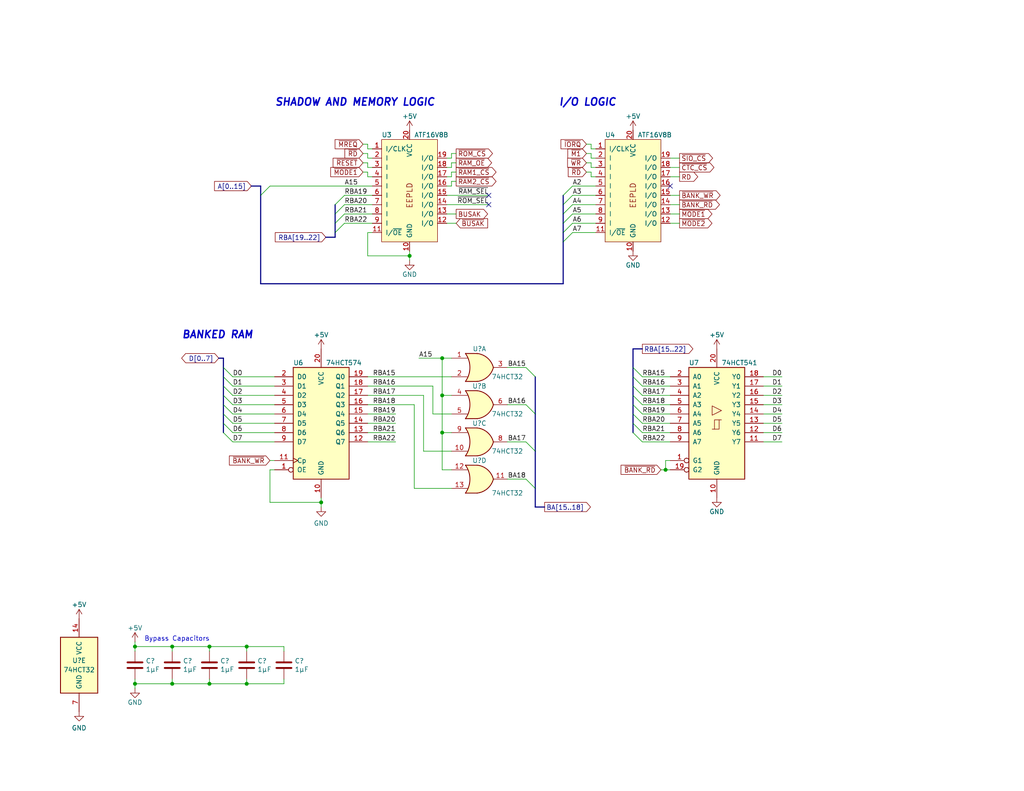
<source format=kicad_sch>
(kicad_sch (version 20230121) (generator eeschema)
  (paper "USLetter")
  (title_block (title "Glue Logic") (date "2023-09-08") (rev "2.12") (company "Frédéric Segard") (comment 1 "@microhobbyist") (comment 4 "Thank you to John Winans for his inspiration, as well as Grant Searle and Sergey Kiselev"))
  (lib_symbols
    (symbol "+5V_1" (power) (pin_names (offset 0))
      (property "Value" "+5V_1" (at 0 3.556 0))
      (symbol "+5V_1_0_1"
        (polyline (pts (xy -0.762 1.27) (xy 0 2.54)))
        (polyline (pts (xy 0 0) (xy 0 2.54)))
        (polyline (pts (xy 0 2.54) (xy 0.762 1.27)))
      )
      (symbol "+5V_1_1_1"
        (pin power_in line (at 0 0 90) (length 0) hide (name "+5V") (number "1"))
      )
    )
    (symbol "0_Library:ATF16V8B" (pin_names (offset 1.016))
      (property "Reference" "U" (at -7.62 0 0))
      (property "Value" "ATF16V8B" (at 1.27 0 0))
      (symbol "ATF16V8B_0_0"
        (text "EEPLD" (at 0 -16.51 900) (effects (font (size 1.4986 1.4986))))
      )
      (symbol "ATF16V8B_0_1"
        (rectangle (start -7.62 -1.27) (end 7.62 -29.21) (fill (type background)))
      )
      (symbol "ATF16V8B_1_1"
        (pin input line (at -10.16 -3.81 0) (length 2.54) (name "I/CLK") (number "1"))
        (pin power_in line (at 0 -31.75 90) (length 2.54) (name "GND") (number "10"))
        (pin input line (at -10.16 -26.67 0) (length 2.54) (name "I/~{OE}") (number "11"))
        (pin bidirectional line (at 10.16 -24.13 180) (length 2.54) (name "I/O") (number "12"))
        (pin bidirectional line (at 10.16 -21.59 180) (length 2.54) (name "I/O") (number "13"))
        (pin bidirectional line (at 10.16 -19.05 180) (length 2.54) (name "I/O") (number "14"))
        (pin bidirectional line (at 10.16 -16.51 180) (length 2.54) (name "I/O") (number "15"))
        (pin bidirectional line (at 10.16 -13.97 180) (length 2.54) (name "I/O") (number "16"))
        (pin bidirectional line (at 10.16 -11.43 180) (length 2.54) (name "I/O") (number "17"))
        (pin bidirectional line (at 10.16 -8.89 180) (length 2.54) (name "I/O") (number "18"))
        (pin bidirectional line (at 10.16 -6.35 180) (length 2.54) (name "I/O") (number "19"))
        (pin input line (at -10.16 -6.35 0) (length 2.54) (name "I") (number "2"))
        (pin power_in line (at 0 1.27 270) (length 2.54) (name "VCC") (number "20"))
        (pin input line (at -10.16 -8.89 0) (length 2.54) (name "I") (number "3"))
        (pin input line (at -10.16 -11.43 0) (length 2.54) (name "I") (number "4"))
        (pin input line (at -10.16 -13.97 0) (length 2.54) (name "I") (number "5"))
        (pin input line (at -10.16 -16.51 0) (length 2.54) (name "I") (number "6"))
        (pin input line (at -10.16 -19.05 0) (length 2.54) (name "I") (number "7"))
        (pin input line (at -10.16 -21.59 0) (length 2.54) (name "I") (number "8"))
        (pin input line (at -10.16 -24.13 0) (length 2.54) (name "I") (number "9"))
      )
    )
    (symbol "74xx:74HCT541" (pin_names (offset 1.016))
      (property "Reference" "U" (at -7.62 16.51 0))
      (property "Value" "74HCT541" (at -7.62 -16.51 0))
      (symbol "74HCT541_1_0"
        (polyline (pts (xy -0.635 -1.6002) (xy -0.635 0.9398) (xy 0.635 0.9398)))
        (polyline (pts (xy -1.27 -1.6002) (xy 0.635 -1.6002) (xy 0.635 0.9398) (xy 1.27 0.9398)))
        (polyline (pts (xy 1.27 3.4798) (xy -1.27 4.7498) (xy -1.27 2.2098) (xy 1.27 3.4798)) (stroke (width 0.1524)))
        (pin input inverted (at -12.7 -10.16 0) (length 5.08) (name "G1") (number "1"))
        (pin power_in line (at 0 -20.32 90) (length 5.08) (name "GND") (number "10"))
        (pin tri_state line (at 12.7 -5.08 180) (length 5.08) (name "Y7") (number "11"))
        (pin tri_state line (at 12.7 -2.54 180) (length 5.08) (name "Y6") (number "12"))
        (pin tri_state line (at 12.7 0 180) (length 5.08) (name "Y5") (number "13"))
        (pin tri_state line (at 12.7 2.54 180) (length 5.08) (name "Y4") (number "14"))
        (pin tri_state line (at 12.7 5.08 180) (length 5.08) (name "Y3") (number "15"))
        (pin tri_state line (at 12.7 7.62 180) (length 5.08) (name "Y2") (number "16"))
        (pin tri_state line (at 12.7 10.16 180) (length 5.08) (name "Y1") (number "17"))
        (pin tri_state line (at 12.7 12.7 180) (length 5.08) (name "Y0") (number "18"))
        (pin input inverted (at -12.7 -12.7 0) (length 5.08) (name "G2") (number "19"))
        (pin input line (at -12.7 12.7 0) (length 5.08) (name "A0") (number "2"))
        (pin power_in line (at 0 20.32 270) (length 5.08) (name "VCC") (number "20"))
        (pin input line (at -12.7 10.16 0) (length 5.08) (name "A1") (number "3"))
        (pin input line (at -12.7 7.62 0) (length 5.08) (name "A2") (number "4"))
        (pin input line (at -12.7 5.08 0) (length 5.08) (name "A3") (number "5"))
        (pin input line (at -12.7 2.54 0) (length 5.08) (name "A4") (number "6"))
        (pin input line (at -12.7 0 0) (length 5.08) (name "A5") (number "7"))
        (pin input line (at -12.7 -2.54 0) (length 5.08) (name "A6") (number "8"))
        (pin input line (at -12.7 -5.08 0) (length 5.08) (name "A7") (number "9"))
      )
      (symbol "74HCT541_1_1"
        (rectangle (start -7.62 15.24) (end 7.62 -15.24) (stroke (width 0.254)) (fill (type background)))
      )
    )
    (symbol "74xx:74LS32" (pin_names (offset 1.016))
      (property "Reference" "U" (at 0 1.27 0))
      (property "Value" "74LS32" (at 0 -1.27 0))
      (symbol "74LS32_1_1"
        (arc (start -3.81 -3.81) (mid -2.589 0) (end -3.81 3.81) (stroke (width 0.254)))
        (arc (start -0.6096 -3.81) (mid 2.1842 -2.5851) (end 3.81 0) (stroke (width 0.254)) (fill (type background)))
        (polyline (pts (xy -3.81 -3.81) (xy -0.635 -3.81)) (stroke (width 0.254)) (fill (type background)))
        (polyline (pts (xy -3.81 3.81) (xy -0.635 3.81)) (stroke (width 0.254)) (fill (type background)))
        (polyline (pts (xy -0.635 3.81) (xy -3.81 3.81) (xy -3.81 3.81) (xy -3.556 3.4036) (xy -3.0226 2.2606) (xy -2.6924 1.0414) (xy -2.6162 -0.254) (xy -2.7686 -1.4986) (xy -3.175 -2.7178) (xy -3.81 -3.81) (xy -3.81 -3.81) (xy -0.635 -3.81)) (stroke (width -25.4)) (fill (type background)))
        (arc (start 3.81 0) (mid 2.1915 2.5936) (end -0.6096 3.81) (stroke (width 0.254)) (fill (type background)))
        (pin input line (at -7.62 2.54 0) (length 4.318) (name "~") (number "1"))
        (pin input line (at -7.62 -2.54 0) (length 4.318) (name "~") (number "2"))
        (pin output line (at 7.62 0 180) (length 3.81) (name "~") (number "3"))
      )
      (symbol "74LS32_1_2"
        (arc (start 0 -3.81) (mid 3.7934 0) (end 0 3.81) (stroke (width 0.254)) (fill (type background)))
        (polyline (pts (xy 0 3.81) (xy -3.81 3.81) (xy -3.81 -3.81) (xy 0 -3.81)) (stroke (width 0.254)) (fill (type background)))
        (pin input inverted (at -7.62 2.54 0) (length 3.81) (name "~") (number "1"))
        (pin input inverted (at -7.62 -2.54 0) (length 3.81) (name "~") (number "2"))
        (pin output inverted (at 7.62 0 180) (length 3.81) (name "~") (number "3"))
      )
      (symbol "74LS32_2_1"
        (arc (start -3.81 -3.81) (mid -2.589 0) (end -3.81 3.81) (stroke (width 0.254)))
        (arc (start -0.6096 -3.81) (mid 2.1842 -2.5851) (end 3.81 0) (stroke (width 0.254)) (fill (type background)))
        (polyline (pts (xy -3.81 -3.81) (xy -0.635 -3.81)) (stroke (width 0.254)) (fill (type background)))
        (polyline (pts (xy -3.81 3.81) (xy -0.635 3.81)) (stroke (width 0.254)) (fill (type background)))
        (polyline (pts (xy -0.635 3.81) (xy -3.81 3.81) (xy -3.81 3.81) (xy -3.556 3.4036) (xy -3.0226 2.2606) (xy -2.6924 1.0414) (xy -2.6162 -0.254) (xy -2.7686 -1.4986) (xy -3.175 -2.7178) (xy -3.81 -3.81) (xy -3.81 -3.81) (xy -0.635 -3.81)) (stroke (width -25.4)) (fill (type background)))
        (arc (start 3.81 0) (mid 2.1915 2.5936) (end -0.6096 3.81) (stroke (width 0.254)) (fill (type background)))
        (pin input line (at -7.62 2.54 0) (length 4.318) (name "~") (number "4"))
        (pin input line (at -7.62 -2.54 0) (length 4.318) (name "~") (number "5"))
        (pin output line (at 7.62 0 180) (length 3.81) (name "~") (number "6"))
      )
      (symbol "74LS32_2_2"
        (arc (start 0 -3.81) (mid 3.7934 0) (end 0 3.81) (stroke (width 0.254)) (fill (type background)))
        (polyline (pts (xy 0 3.81) (xy -3.81 3.81) (xy -3.81 -3.81) (xy 0 -3.81)) (stroke (width 0.254)) (fill (type background)))
        (pin input inverted (at -7.62 2.54 0) (length 3.81) (name "~") (number "4"))
        (pin input inverted (at -7.62 -2.54 0) (length 3.81) (name "~") (number "5"))
        (pin output inverted (at 7.62 0 180) (length 3.81) (name "~") (number "6"))
      )
      (symbol "74LS32_3_1"
        (arc (start -3.81 -3.81) (mid -2.589 0) (end -3.81 3.81) (stroke (width 0.254)))
        (arc (start -0.6096 -3.81) (mid 2.1842 -2.5851) (end 3.81 0) (stroke (width 0.254)) (fill (type background)))
        (polyline (pts (xy -3.81 -3.81) (xy -0.635 -3.81)) (stroke (width 0.254)) (fill (type background)))
        (polyline (pts (xy -3.81 3.81) (xy -0.635 3.81)) (stroke (width 0.254)) (fill (type background)))
        (polyline (pts (xy -0.635 3.81) (xy -3.81 3.81) (xy -3.81 3.81) (xy -3.556 3.4036) (xy -3.0226 2.2606) (xy -2.6924 1.0414) (xy -2.6162 -0.254) (xy -2.7686 -1.4986) (xy -3.175 -2.7178) (xy -3.81 -3.81) (xy -3.81 -3.81) (xy -0.635 -3.81)) (stroke (width -25.4)) (fill (type background)))
        (arc (start 3.81 0) (mid 2.1915 2.5936) (end -0.6096 3.81) (stroke (width 0.254)) (fill (type background)))
        (pin input line (at -7.62 -2.54 0) (length 4.318) (name "~") (number "10"))
        (pin output line (at 7.62 0 180) (length 3.81) (name "~") (number "8"))
        (pin input line (at -7.62 2.54 0) (length 4.318) (name "~") (number "9"))
      )
      (symbol "74LS32_3_2"
        (arc (start 0 -3.81) (mid 3.7934 0) (end 0 3.81) (stroke (width 0.254)) (fill (type background)))
        (polyline (pts (xy 0 3.81) (xy -3.81 3.81) (xy -3.81 -3.81) (xy 0 -3.81)) (stroke (width 0.254)) (fill (type background)))
        (pin input inverted (at -7.62 -2.54 0) (length 3.81) (name "~") (number "10"))
        (pin output inverted (at 7.62 0 180) (length 3.81) (name "~") (number "8"))
        (pin input inverted (at -7.62 2.54 0) (length 3.81) (name "~") (number "9"))
      )
      (symbol "74LS32_4_1"
        (arc (start -3.81 -3.81) (mid -2.589 0) (end -3.81 3.81) (stroke (width 0.254)))
        (arc (start -0.6096 -3.81) (mid 2.1842 -2.5851) (end 3.81 0) (stroke (width 0.254)) (fill (type background)))
        (polyline (pts (xy -3.81 -3.81) (xy -0.635 -3.81)) (stroke (width 0.254)) (fill (type background)))
        (polyline (pts (xy -3.81 3.81) (xy -0.635 3.81)) (stroke (width 0.254)) (fill (type background)))
        (polyline (pts (xy -0.635 3.81) (xy -3.81 3.81) (xy -3.81 3.81) (xy -3.556 3.4036) (xy -3.0226 2.2606) (xy -2.6924 1.0414) (xy -2.6162 -0.254) (xy -2.7686 -1.4986) (xy -3.175 -2.7178) (xy -3.81 -3.81) (xy -3.81 -3.81) (xy -0.635 -3.81)) (stroke (width -25.4)) (fill (type background)))
        (arc (start 3.81 0) (mid 2.1915 2.5936) (end -0.6096 3.81) (stroke (width 0.254)) (fill (type background)))
        (pin output line (at 7.62 0 180) (length 3.81) (name "~") (number "11"))
        (pin input line (at -7.62 2.54 0) (length 4.318) (name "~") (number "12"))
        (pin input line (at -7.62 -2.54 0) (length 4.318) (name "~") (number "13"))
      )
      (symbol "74LS32_4_2"
        (arc (start 0 -3.81) (mid 3.7934 0) (end 0 3.81) (stroke (width 0.254)) (fill (type background)))
        (polyline (pts (xy 0 3.81) (xy -3.81 3.81) (xy -3.81 -3.81) (xy 0 -3.81)) (stroke (width 0.254)) (fill (type background)))
        (pin output inverted (at 7.62 0 180) (length 3.81) (name "~") (number "11"))
        (pin input inverted (at -7.62 2.54 0) (length 3.81) (name "~") (number "12"))
        (pin input inverted (at -7.62 -2.54 0) (length 3.81) (name "~") (number "13"))
      )
      (symbol "74LS32_5_0"
        (pin power_in line (at 0 12.7 270) (length 5.08) (name "VCC") (number "14"))
        (pin power_in line (at 0 -12.7 90) (length 5.08) (name "GND") (number "7"))
      )
      (symbol "74LS32_5_1"
        (rectangle (start -5.08 7.62) (end 5.08 -7.62) (stroke (width 0.254)) (fill (type background)))
      )
    )
    (symbol "74xx:74LS574" (pin_names (offset 1.016))
      (property "Reference" "U" (at -7.62 16.51 0))
      (property "Value" "74LS574" (at -7.62 -16.51 0))
      (symbol "74LS574_1_0"
        (pin input inverted (at -12.7 -12.7 0) (length 5.08) (name "OE") (number "1"))
        (pin power_in line (at 0 -20.32 90) (length 5.08) (name "GND") (number "10"))
        (pin input clock (at -12.7 -10.16 0) (length 5.08) (name "Cp") (number "11"))
        (pin tri_state line (at 12.7 -5.08 180) (length 5.08) (name "Q7") (number "12"))
        (pin tri_state line (at 12.7 -2.54 180) (length 5.08) (name "Q6") (number "13"))
        (pin tri_state line (at 12.7 0 180) (length 5.08) (name "Q5") (number "14"))
        (pin tri_state line (at 12.7 2.54 180) (length 5.08) (name "Q4") (number "15"))
        (pin tri_state line (at 12.7 5.08 180) (length 5.08) (name "Q3") (number "16"))
        (pin tri_state line (at 12.7 7.62 180) (length 5.08) (name "Q2") (number "17"))
        (pin tri_state line (at 12.7 10.16 180) (length 5.08) (name "Q1") (number "18"))
        (pin tri_state line (at 12.7 12.7 180) (length 5.08) (name "Q0") (number "19"))
        (pin input line (at -12.7 12.7 0) (length 5.08) (name "D0") (number "2"))
        (pin power_in line (at 0 20.32 270) (length 5.08) (name "VCC") (number "20"))
        (pin input line (at -12.7 10.16 0) (length 5.08) (name "D1") (number "3"))
        (pin input line (at -12.7 7.62 0) (length 5.08) (name "D2") (number "4"))
        (pin input line (at -12.7 5.08 0) (length 5.08) (name "D3") (number "5"))
        (pin input line (at -12.7 2.54 0) (length 5.08) (name "D4") (number "6"))
        (pin input line (at -12.7 0 0) (length 5.08) (name "D5") (number "7"))
        (pin input line (at -12.7 -2.54 0) (length 5.08) (name "D6") (number "8"))
        (pin input line (at -12.7 -5.08 0) (length 5.08) (name "D7") (number "9"))
      )
      (symbol "74LS574_1_1"
        (rectangle (start -7.62 15.24) (end 7.62 -15.24) (stroke (width 0.254)) (fill (type background)))
      )
    )
    (symbol "Device:C" (pin_numbers hide) (pin_names (offset 0.254))
      (property "Reference" "C" (at 0.635 2.54 0))
      (property "Value" "C" (at 0.635 -2.54 0))
      (symbol "C_0_1"
        (polyline (pts (xy -2.032 -0.762) (xy 2.032 -0.762)) (stroke (width 0.508)))
        (polyline (pts (xy -2.032 0.762) (xy 2.032 0.762)) (stroke (width 0.508)))
      )
      (symbol "C_1_1"
        (pin passive line (at 0 3.81 270) (length 2.794) (name "~") (number "1"))
        (pin passive line (at 0 -3.81 90) (length 2.794) (name "~") (number "2"))
      )
    )
    (symbol "GND_1" (power) (pin_names (offset 0))
      (property "Value" "GND_1" (at 0 -3.81 0))
      (symbol "GND_1_0_1"
        (polyline (pts (xy 0 0) (xy 0 -1.27) (xy 1.27 -1.27) (xy 0 -2.54) (xy -1.27 -1.27) (xy 0 -1.27)))
      )
      (symbol "GND_1_1_1"
        (pin power_in line (at 0 0 270) (length 0) hide (name "GND") (number "1"))
      )
    )
    (symbol "GND_2" (power) (pin_names (offset 0))
      (property "Value" "GND_2" (at 0 -3.81 0))
      (symbol "GND_2_0_1"
        (polyline (pts (xy 0 0) (xy 0 -1.27) (xy 1.27 -1.27) (xy 0 -2.54) (xy -1.27 -1.27) (xy 0 -1.27)))
      )
      (symbol "GND_2_1_1"
        (pin power_in line (at 0 0 270) (length 0) hide (name "GND") (number "1"))
      )
    )
    (symbol "power:GND" (power) (pin_names (offset 0))
      (property "Value" "GND" (at 0 -3.81 0))
      (symbol "GND_0_1"
        (polyline (pts (xy 0 0) (xy 0 -1.27) (xy 1.27 -1.27) (xy 0 -2.54) (xy -1.27 -1.27) (xy 0 -1.27)))
      )
      (symbol "GND_1_1"
        (pin power_in line (at 0 0 270) (length 0) hide (name "GND") (number "1"))
      )
    )
  )
  (junction (at 57.15 176.53))
  (junction (at 46.99 186.69))
  (junction (at 57.15 186.69))
  (junction (at 120.65 97.79))
  (junction (at 111.76 69.85))
  (junction (at 46.99 176.53))
  (junction (at 120.65 107.95))
  (junction (at 36.83 186.69))
  (junction (at 87.63 137.16))
  (junction (at 67.31 186.69))
  (junction (at 67.31 176.53))
  (junction (at 181.61 128.27))
  (junction (at 120.65 118.11))
  (junction (at 36.83 176.53))
  (no_connect (at 133.35 55.88))
  (no_connect (at 133.35 53.34))
  (no_connect (at 182.88 50.8))
  (bus_entry (at 172.72 100.33) (size 2.54 2.54))
  (bus_entry (at 172.72 105.41) (size 2.54 2.54))
  (bus_entry (at 63.5 107.95) (size -2.54 -2.54))
  (bus_entry (at 172.72 107.95) (size 2.54 2.54))
  (bus_entry (at 143.51 120.65) (size 2.54 2.54))
  (bus_entry (at 63.5 115.57) (size -2.54 -2.54))
  (bus_entry (at 172.72 113.03) (size 2.54 2.54))
  (bus_entry (at 172.72 110.49) (size 2.54 2.54))
  (bus_entry (at 153.67 55.88) (size 2.54 -2.54))
  (bus_entry (at 91.44 55.88) (size 2.54 -2.54))
  (bus_entry (at 91.44 63.5) (size 2.54 -2.54))
  (bus_entry (at 143.51 100.33) (size 2.54 2.54))
  (bus_entry (at 172.72 102.87) (size 2.54 2.54))
  (bus_entry (at 153.67 66.04) (size 2.54 -2.54))
  (bus_entry (at 143.51 130.81) (size 2.54 2.54))
  (bus_entry (at 63.5 105.41) (size -2.54 -2.54))
  (bus_entry (at 63.5 120.65) (size -2.54 -2.54))
  (bus_entry (at 63.5 102.87) (size -2.54 -2.54))
  (bus_entry (at 63.5 118.11) (size -2.54 -2.54))
  (bus_entry (at 143.51 110.49) (size 2.54 2.54))
  (bus_entry (at 91.44 60.96) (size 2.54 -2.54))
  (bus_entry (at 91.44 58.42) (size 2.54 -2.54))
  (bus_entry (at 63.5 110.49) (size -2.54 -2.54))
  (bus_entry (at 172.72 118.11) (size 2.54 2.54))
  (bus_entry (at 153.67 60.96) (size 2.54 -2.54))
  (bus_entry (at 153.67 63.5) (size 2.54 -2.54))
  (bus_entry (at 153.67 53.34) (size 2.54 -2.54))
  (bus_entry (at 63.5 113.03) (size -2.54 -2.54))
  (bus_entry (at 71.12 53.34) (size 2.54 -2.54))
  (bus_entry (at 172.72 115.57) (size 2.54 2.54))
  (bus_entry (at 153.67 58.42) (size 2.54 -2.54))
  (wire (pts (xy 115.57 107.95) (xy 115.57 123.19)))
  (wire (pts (xy 57.15 176.53) (xy 46.99 176.53)))
  (bus (pts (xy 91.44 58.42) (xy 91.44 60.96)))
  (wire (pts (xy 181.61 125.73) (xy 182.88 125.73)))
  (wire (pts (xy 100.33 118.11) (xy 107.95 118.11)))
  (wire (pts (xy 100.33 102.87) (xy 123.19 102.87)))
  (wire (pts (xy 182.88 53.34) (xy 185.42 53.34)))
  (wire (pts (xy 160.02 41.91) (xy 161.29 41.91)))
  (wire (pts (xy 182.88 113.03) (xy 175.26 113.03)))
  (bus (pts (xy 153.67 66.04) (xy 153.67 77.47)))
  (wire (pts (xy 100.33 115.57) (xy 107.95 115.57)))
  (wire (pts (xy 156.21 60.96) (xy 162.56 60.96)))
  (wire (pts (xy 161.29 46.99) (xy 161.29 48.26)))
  (wire (pts (xy 99.06 41.91) (xy 100.33 41.91)))
  (wire (pts (xy 67.31 185.42) (xy 67.31 186.69)))
  (bus (pts (xy 91.44 55.88) (xy 91.44 58.42)))
  (wire (pts (xy 213.36 105.41) (xy 208.28 105.41)))
  (wire (pts (xy 73.66 50.8) (xy 101.6 50.8)))
  (bus (pts (xy 146.05 133.35) (xy 146.05 138.43)))
  (wire (pts (xy 120.65 128.27) (xy 123.19 128.27)))
  (bus (pts (xy 146.05 138.43) (xy 148.59 138.43)))
  (wire (pts (xy 87.63 137.16) (xy 87.63 135.89)))
  (wire (pts (xy 124.46 60.96) (xy 121.92 60.96)))
  (bus (pts (xy 60.96 107.95) (xy 60.96 105.41)))
  (wire (pts (xy 100.33 46.99) (xy 100.33 48.26)))
  (wire (pts (xy 63.5 115.57) (xy 74.93 115.57)))
  (wire (pts (xy 46.99 186.69) (xy 57.15 186.69)))
  (wire (pts (xy 160.02 44.45) (xy 161.29 44.45)))
  (bus (pts (xy 153.67 55.88) (xy 153.67 58.42)))
  (wire (pts (xy 63.5 118.11) (xy 74.93 118.11)))
  (wire (pts (xy 138.43 100.33) (xy 143.51 100.33)))
  (wire (pts (xy 181.61 128.27) (xy 181.61 125.73)))
  (wire (pts (xy 182.88 120.65) (xy 175.26 120.65)))
  (bus (pts (xy 172.72 113.03) (xy 172.72 110.49)))
  (bus (pts (xy 60.96 105.41) (xy 60.96 102.87)))
  (bus (pts (xy 60.96 97.79) (xy 59.69 97.79)))
  (bus (pts (xy 172.72 115.57) (xy 172.72 113.03)))
  (bus (pts (xy 153.67 58.42) (xy 153.67 60.96)))
  (wire (pts (xy 99.06 44.45) (xy 100.33 44.45)))
  (wire (pts (xy 67.31 176.53) (xy 77.47 176.53)))
  (wire (pts (xy 100.33 40.64) (xy 101.6 40.64)))
  (wire (pts (xy 67.31 186.69) (xy 77.47 186.69)))
  (wire (pts (xy 182.88 55.88) (xy 185.42 55.88)))
  (wire (pts (xy 138.43 130.81) (xy 143.51 130.81)))
  (wire (pts (xy 73.66 137.16) (xy 73.66 128.27)))
  (wire (pts (xy 161.29 43.18) (xy 162.56 43.18)))
  (wire (pts (xy 36.83 186.69) (xy 46.99 186.69)))
  (wire (pts (xy 63.5 105.41) (xy 74.93 105.41)))
  (bus (pts (xy 60.96 100.33) (xy 60.96 97.79)))
  (wire (pts (xy 213.36 120.65) (xy 208.28 120.65)))
  (wire (pts (xy 63.5 110.49) (xy 74.93 110.49)))
  (wire (pts (xy 121.92 43.18) (xy 123.19 43.18)))
  (wire (pts (xy 208.28 113.03) (xy 213.36 113.03)))
  (wire (pts (xy 124.46 49.53) (xy 123.19 49.53)))
  (bus (pts (xy 153.67 63.5) (xy 153.67 66.04)))
  (wire (pts (xy 101.6 63.5) (xy 100.33 63.5)))
  (wire (pts (xy 123.19 49.53) (xy 123.19 50.8)))
  (bus (pts (xy 172.72 100.33) (xy 172.72 102.87)))
  (bus (pts (xy 146.05 133.35) (xy 146.05 123.19)))
  (wire (pts (xy 121.92 50.8) (xy 123.19 50.8)))
  (wire (pts (xy 73.66 125.73) (xy 74.93 125.73)))
  (wire (pts (xy 100.33 63.5) (xy 100.33 69.85)))
  (bus (pts (xy 60.96 115.57) (xy 60.96 113.03)))
  (wire (pts (xy 36.83 175.26) (xy 36.83 176.53)))
  (wire (pts (xy 175.26 102.87) (xy 182.88 102.87)))
  (wire (pts (xy 100.33 120.65) (xy 107.95 120.65)))
  (bus (pts (xy 88.9 64.77) (xy 91.44 64.77)))
  (bus (pts (xy 172.72 95.25) (xy 172.72 100.33)))
  (wire (pts (xy 100.33 45.72) (xy 101.6 45.72)))
  (wire (pts (xy 182.88 48.26) (xy 185.42 48.26)))
  (wire (pts (xy 121.92 48.26) (xy 123.19 48.26)))
  (wire (pts (xy 123.19 133.35) (xy 113.03 133.35)))
  (bus (pts (xy 60.96 102.87) (xy 60.96 100.33)))
  (wire (pts (xy 182.88 118.11) (xy 175.26 118.11)))
  (bus (pts (xy 60.96 113.03) (xy 60.96 110.49)))
  (wire (pts (xy 100.33 43.18) (xy 101.6 43.18)))
  (wire (pts (xy 182.88 43.18) (xy 185.42 43.18)))
  (wire (pts (xy 36.83 185.42) (xy 36.83 186.69)))
  (wire (pts (xy 160.02 39.37) (xy 161.29 39.37)))
  (wire (pts (xy 120.65 118.11) (xy 123.19 118.11)))
  (bus (pts (xy 91.44 60.96) (xy 91.44 63.5)))
  (wire (pts (xy 87.63 137.16) (xy 73.66 137.16)))
  (wire (pts (xy 46.99 176.53) (xy 36.83 176.53)))
  (wire (pts (xy 118.11 113.03) (xy 123.19 113.03)))
  (wire (pts (xy 99.06 39.37) (xy 100.33 39.37)))
  (wire (pts (xy 120.65 97.79) (xy 120.65 107.95)))
  (wire (pts (xy 114.3 97.79) (xy 120.65 97.79)))
  (wire (pts (xy 213.36 102.87) (xy 208.28 102.87)))
  (wire (pts (xy 120.65 107.95) (xy 123.19 107.95)))
  (bus (pts (xy 71.12 77.47) (xy 71.12 53.34)))
  (wire (pts (xy 123.19 44.45) (xy 123.19 45.72)))
  (wire (pts (xy 113.03 110.49) (xy 100.33 110.49)))
  (wire (pts (xy 46.99 177.8) (xy 46.99 176.53)))
  (bus (pts (xy 91.44 63.5) (xy 91.44 64.77)))
  (wire (pts (xy 67.31 177.8) (xy 67.31 176.53)))
  (wire (pts (xy 182.88 60.96) (xy 185.42 60.96)))
  (wire (pts (xy 93.98 53.34) (xy 101.6 53.34)))
  (wire (pts (xy 100.33 105.41) (xy 118.11 105.41)))
  (wire (pts (xy 156.21 63.5) (xy 162.56 63.5)))
  (wire (pts (xy 73.66 128.27) (xy 74.93 128.27)))
  (wire (pts (xy 93.98 60.96) (xy 101.6 60.96)))
  (wire (pts (xy 138.43 120.65) (xy 143.51 120.65)))
  (wire (pts (xy 161.29 48.26) (xy 162.56 48.26)))
  (bus (pts (xy 172.72 105.41) (xy 172.72 107.95)))
  (wire (pts (xy 93.98 58.42) (xy 101.6 58.42)))
  (wire (pts (xy 175.26 105.41) (xy 182.88 105.41)))
  (wire (pts (xy 118.11 105.41) (xy 118.11 113.03)))
  (wire (pts (xy 36.83 176.53) (xy 36.83 177.8)))
  (bus (pts (xy 60.96 110.49) (xy 60.96 107.95)))
  (wire (pts (xy 121.92 53.34) (xy 133.35 53.34)))
  (wire (pts (xy 63.5 107.95) (xy 74.93 107.95)))
  (wire (pts (xy 46.99 185.42) (xy 46.99 186.69)))
  (wire (pts (xy 93.98 55.88) (xy 101.6 55.88)))
  (wire (pts (xy 175.26 107.95) (xy 182.88 107.95)))
  (wire (pts (xy 161.29 45.72) (xy 162.56 45.72)))
  (wire (pts (xy 120.65 118.11) (xy 120.65 128.27)))
  (wire (pts (xy 181.61 128.27) (xy 182.88 128.27)))
  (wire (pts (xy 120.65 107.95) (xy 120.65 118.11)))
  (wire (pts (xy 87.63 138.43) (xy 87.63 137.16)))
  (wire (pts (xy 123.19 41.91) (xy 123.19 43.18)))
  (wire (pts (xy 115.57 123.19) (xy 123.19 123.19)))
  (wire (pts (xy 161.29 40.64) (xy 162.56 40.64)))
  (wire (pts (xy 57.15 186.69) (xy 67.31 186.69)))
  (wire (pts (xy 77.47 185.42) (xy 77.47 186.69)))
  (wire (pts (xy 121.92 45.72) (xy 123.19 45.72)))
  (wire (pts (xy 124.46 41.91) (xy 123.19 41.91)))
  (wire (pts (xy 156.21 53.34) (xy 162.56 53.34)))
  (wire (pts (xy 182.88 115.57) (xy 175.26 115.57)))
  (wire (pts (xy 124.46 46.99) (xy 123.19 46.99)))
  (wire (pts (xy 175.26 110.49) (xy 182.88 110.49)))
  (wire (pts (xy 121.92 55.88) (xy 133.35 55.88)))
  (wire (pts (xy 77.47 177.8) (xy 77.47 176.53)))
  (wire (pts (xy 213.36 110.49) (xy 208.28 110.49)))
  (wire (pts (xy 160.02 46.99) (xy 161.29 46.99)))
  (wire (pts (xy 111.76 71.12) (xy 111.76 69.85)))
  (wire (pts (xy 57.15 177.8) (xy 57.15 176.53)))
  (wire (pts (xy 36.83 186.69) (xy 36.83 187.96)))
  (bus (pts (xy 60.96 118.11) (xy 60.96 115.57)))
  (bus (pts (xy 146.05 102.87) (xy 146.05 113.03)))
  (bus (pts (xy 175.26 95.25) (xy 172.72 95.25)))
  (wire (pts (xy 182.88 58.42) (xy 185.42 58.42)))
  (wire (pts (xy 57.15 176.53) (xy 67.31 176.53)))
  (wire (pts (xy 57.15 185.42) (xy 57.15 186.69)))
  (wire (pts (xy 123.19 46.99) (xy 123.19 48.26)))
  (bus (pts (xy 153.67 77.47) (xy 71.12 77.47)))
  (wire (pts (xy 161.29 44.45) (xy 161.29 45.72)))
  (wire (pts (xy 124.46 58.42) (xy 121.92 58.42)))
  (wire (pts (xy 138.43 110.49) (xy 143.51 110.49)))
  (wire (pts (xy 180.34 128.27) (xy 181.61 128.27)))
  (bus (pts (xy 146.05 113.03) (xy 146.05 123.19)))
  (wire (pts (xy 111.76 69.85) (xy 111.76 68.58)))
  (wire (pts (xy 113.03 133.35) (xy 113.03 110.49)))
  (bus (pts (xy 172.72 118.11) (xy 172.72 115.57)))
  (wire (pts (xy 120.65 97.79) (xy 123.19 97.79)))
  (wire (pts (xy 161.29 41.91) (xy 161.29 43.18)))
  (wire (pts (xy 100.33 113.03) (xy 107.95 113.03)))
  (wire (pts (xy 100.33 107.95) (xy 115.57 107.95)))
  (wire (pts (xy 156.21 58.42) (xy 162.56 58.42)))
  (bus (pts (xy 71.12 53.34) (xy 71.12 50.8)))
  (wire (pts (xy 100.33 39.37) (xy 100.33 40.64)))
  (wire (pts (xy 161.29 39.37) (xy 161.29 40.64)))
  (wire (pts (xy 156.21 50.8) (xy 162.56 50.8)))
  (wire (pts (xy 100.33 44.45) (xy 100.33 45.72)))
  (bus (pts (xy 68.58 50.8) (xy 71.12 50.8)))
  (wire (pts (xy 63.5 120.65) (xy 74.93 120.65)))
  (wire (pts (xy 100.33 41.91) (xy 100.33 43.18)))
  (wire (pts (xy 124.46 44.45) (xy 123.19 44.45)))
  (wire (pts (xy 213.36 118.11) (xy 208.28 118.11)))
  (wire (pts (xy 213.36 115.57) (xy 208.28 115.57)))
  (wire (pts (xy 100.33 69.85) (xy 111.76 69.85)))
  (wire (pts (xy 63.5 102.87) (xy 74.93 102.87)))
  (wire (pts (xy 74.93 113.03) (xy 63.5 113.03)))
  (bus (pts (xy 153.67 53.34) (xy 153.67 55.88)))
  (bus (pts (xy 153.67 60.96) (xy 153.67 63.5)))
  (bus (pts (xy 172.72 102.87) (xy 172.72 105.41)))
  (bus (pts (xy 172.72 107.95) (xy 172.72 110.49)))
  (wire (pts (xy 156.21 55.88) (xy 162.56 55.88)))
  (wire (pts (xy 182.88 45.72) (xy 185.42 45.72)))
  (wire (pts (xy 99.06 46.99) (xy 100.33 46.99)))
  (wire (pts (xy 100.33 48.26) (xy 101.6 48.26)))
  (wire (pts (xy 213.36 107.95) (xy 208.28 107.95)))
  (text "Bypass Capacitors" (at 39.37 175.26 0) (effects (font (size 1.27 1.27)) (justify left bottom)))
  (text "I/O LOGIC" (at 152.4 29.21 0) (effects (font (size 2 2) (thickness 0.4) bold italic) (justify left bottom)))
  (text "BANKED RAM" (at 49.53 92.71 0) (effects (font (size 2 2) (thickness 0.4) bold italic) (justify left bottom)))
  (text "SHADOW AND MEMORY LOGIC" (at 74.93 29.21 0) (effects (font (size 2 2) (thickness 0.4) bold italic) (justify left bottom)))
  (label "RBA22" (at 175.26 120.65 0))
  (label "D2" (at 213.36 107.95 180))
  (label "D4" (at 63.5 113.03 0))
  (label "RBA15" (at 107.95 102.87 180))
  (label "D3" (at 63.5 110.49 0))
  (label "D4" (at 213.36 113.03 180))
  (label "RBA22" (at 93.98 60.96 0))
  (label "D5" (at 213.36 115.57 180))
  (label "A6" (at 156.21 60.96 0))
  (label "D0" (at 213.36 102.87 180))
  (label "BA17" (at 143.51 120.65 180))
  (label "D5" (at 63.5 115.57 0))
  (label "RBA17" (at 175.26 107.95 0))
  (label "RBA20" (at 107.95 115.57 180))
  (label "RBA19" (at 175.26 113.03 0))
  (label "~{ROM_SEL}" (at 133.35 55.88 180))
  (label "RBA15" (at 175.26 102.87 0))
  (label "RBA18" (at 175.26 110.49 0))
  (label "RBA21" (at 107.95 118.11 180))
  (label "RBA17" (at 107.95 107.95 180))
  (label "RBA19" (at 93.98 53.34 0))
  (label "A15" (at 114.3 97.79 0))
  (label "A5" (at 156.21 58.42 0))
  (label "D7" (at 63.5 120.65 0))
  (label "A7" (at 156.21 63.5 0))
  (label "A2" (at 156.21 50.8 0))
  (label "D2" (at 63.5 107.95 0))
  (label "~{RAM_SEL}" (at 133.35 53.34 180))
  (label "D3" (at 213.36 110.49 180))
  (label "D6" (at 213.36 118.11 180))
  (label "RBA21" (at 175.26 118.11 0))
  (label "RBA20" (at 175.26 115.57 0))
  (label "RBA20" (at 93.98 55.88 0))
  (label "A15" (at 93.98 50.8 0))
  (label "RBA16" (at 107.95 105.41 180))
  (label "D7" (at 213.36 120.65 180))
  (label "BA16" (at 143.51 110.49 180))
  (label "A3" (at 156.21 53.34 0))
  (label "RBA21" (at 93.98 58.42 0))
  (label "RBA22" (at 107.95 120.65 180))
  (label "BA18" (at 143.51 130.81 180))
  (label "D1" (at 63.5 105.41 0))
  (label "A4" (at 156.21 55.88 0))
  (label "RBA19" (at 107.95 113.03 180))
  (label "RBA16" (at 175.26 105.41 0))
  (label "D6" (at 63.5 118.11 0))
  (label "D1" (at 213.36 105.41 180))
  (label "BA15" (at 143.51 100.33 180))
  (label "RBA18" (at 107.95 110.49 180))
  (label "D0" (at 63.5 102.87 0))
  (global_label "~{MODE1}" (shape input) (at 99.06 46.99 180) (property "Intersheetrefs" "${INTERSHEET_REFS}" (effects hide)))
  (global_label "~{M1}" (shape input) (at 160.02 41.91 180) (property "Intersheetrefs" "${INTERSHEET_REFS}" (effects hide)))
  (global_label "~{SIO_CS}" (shape output) (at 185.42 43.18 0) (property "Intersheetrefs" "${INTERSHEET_REFS}" (effects hide)))
  (global_label "~{IORQ}" (shape input) (at 160.02 39.37 180) (property "Intersheetrefs" "${INTERSHEET_REFS}" (effects hide)))
  (global_label "~{RAM2_CS}" (shape output) (at 124.46 49.53 0) (property "Intersheetrefs" "${INTERSHEET_REFS}" (effects hide)))
  (global_label "RD" (shape output) (at 185.42 48.26 0) (property "Intersheetrefs" "${INTERSHEET_REFS}" (effects hide)))
  (global_label "~{WR}" (shape input) (at 160.02 44.45 180) (property "Intersheetrefs" "${INTERSHEET_REFS}" (effects hide)))
  (global_label "~{BANK_RD}" (shape output) (at 185.42 55.88 0) (property "Intersheetrefs" "${INTERSHEET_REFS}" (effects hide)))
  (global_label "RBA[15..22]" (shape output) (at 175.26 95.25 0) (property "Intersheetrefs" "${INTERSHEET_REFS}" (effects hide)))
  (global_label "A[0..15]" (shape input) (at 68.58 50.8 180) (property "Intersheetrefs" "${INTERSHEET_REFS}" (effects hide)))
  (global_label "~{RAM_OE}" (shape output) (at 124.46 44.45 0) (property "Intersheetrefs" "${INTERSHEET_REFS}" (effects hide)))
  (global_label "~{BANK_WR}" (shape input) (at 73.66 125.73 180) (property "Intersheetrefs" "${INTERSHEET_REFS}" (effects hide)))
  (global_label "~{MREQ}" (shape input) (at 99.06 39.37 180) (property "Intersheetrefs" "${INTERSHEET_REFS}" (effects hide)))
  (global_label "~{MODE2}" (shape output) (at 185.42 60.96 0) (property "Intersheetrefs" "${INTERSHEET_REFS}" (effects hide)))
  (global_label "~{RD}" (shape input) (at 160.02 46.99 180) (property "Intersheetrefs" "${INTERSHEET_REFS}" (effects hide)))
  (global_label "~{ROM_CS}" (shape output) (at 124.46 41.91 0) (property "Intersheetrefs" "${INTERSHEET_REFS}" (effects hide)))
  (global_label "~{RESET}" (shape input) (at 99.06 44.45 180) (property "Intersheetrefs" "${INTERSHEET_REFS}" (effects hide)))
  (global_label "~{CTC_CS}" (shape output) (at 185.42 45.72 0) (property "Intersheetrefs" "${INTERSHEET_REFS}" (effects hide)))
  (global_label "~{RD}" (shape input) (at 99.06 41.91 180) (property "Intersheetrefs" "${INTERSHEET_REFS}" (effects hide)))
  (global_label "~{RAM1_CS}" (shape output) (at 124.46 46.99 0) (property "Intersheetrefs" "${INTERSHEET_REFS}" (effects hide)))
  (global_label "D[0..7]" (shape bidirectional) (at 59.69 97.79 180) (property "Intersheetrefs" "${INTERSHEET_REFS}" (effects hide)))
  (global_label "~{BANK_WR}" (shape output) (at 185.42 53.34 0) (property "Intersheetrefs" "${INTERSHEET_REFS}" (effects hide)))
  (global_label "~{BANK_RD}" (shape input) (at 180.34 128.27 180) (property "Intersheetrefs" "${INTERSHEET_REFS}" (effects hide)))
  (global_label "BA[15..18]" (shape output) (at 148.59 138.43 0) (property "Intersheetrefs" "${INTERSHEET_REFS}" (effects hide)))
  (global_label "BUSAK" (shape output) (at 124.46 58.42 0) (property "Intersheetrefs" "${INTERSHEET_REFS}" (effects hide)))
  (global_label "~{BUSAK}" (shape input) (at 124.46 60.96 0) (property "Intersheetrefs" "${INTERSHEET_REFS}" (effects hide)))
  (global_label "~{MODE1}" (shape output) (at 185.42 58.42 0) (property "Intersheetrefs" "${INTERSHEET_REFS}" (effects hide)))
  (global_label "RBA[19..22]" (shape input) (at 88.9 64.77 180) (property "Intersheetrefs" "${INTERSHEET_REFS}" (effects hide)))
  (symbol (lib_name "+5V_1") (lib_id "power:+5V") (at 21.59 168.91 0) (unit 1)
    (property "Reference" "#PWR?" (effects hide))
    (property "Value" "+5V" (at 21.59 165.1 0))
    (instances (project "1 - Main CPU board with basic peripherals (rev5)" (path "" (reference "#PWR?") (unit 1)) (path "" (reference "#PWR?") (unit 1))) (project "2 - CPU and core components (Rev 2.2)" (path "" (reference "#PWR?") (unit 1)) (path "" (reference "#PWR028") (unit 1))))
  )
  (symbol (lib_name "GND_1") (lib_id "power:GND") (at 195.58 135.89 0) (unit 1)
    (property "Reference" "#PWR?" (effects hide))
    (property "Value" "GND" (at 195.58 139.7 0))
    (instances (project "1 - Main CPU board with basic peripherals (rev5)" (path "" (reference "#PWR?") (unit 1)) (path "" (reference "#PWR?") (unit 1))) (project "2 - CPU and memory card with the essential peripherals" (path "" (reference "#PWR?") (unit 1))) (project "3 - Quad Serial card v3" (path "" (reference "#PWR?") (unit 1)) (path "" (reference "#PWR?") (unit 1))) (project "2 - CPU and core components (Rev 2.2)" (path "" (reference "#PWR?") (unit 1)) (path "" (reference "#PWR026") (unit 1))))
  )
  (symbol (lib_id "0_Library:ATF16V8B") (at 111.76 36.83 0) (unit 1)
    (property "Reference" "U3" (at 104.14 36.83 0) (effects (justify left)))
    (property "Value" "ATF16V8B" (at 113.03 36.83 0) (effects (justify left)))
    (property "Footprint" "Package_DIP:DIP-20_W7.62mm_Socket" (effects hide))
    (property "Datasheet" "http://ww1.microchip.com/downloads/en/DeviceDoc/Atmel-0364-PLD-ATF16V8B-8BQ-8BQL-Datasheet.pdf" (effects hide))
  )
  (symbol (lib_id "power:GND") (at 87.63 138.43 0) (unit 1)
    (property "Reference" "#PWR?" (effects hide))
    (property "Value" "GND" (at 87.63 142.8734 0))
    (instances (project "1 - Main CPU board with basic peripherals (rev5)" (path "" (reference "#PWR?") (unit 1))) (project "2 - CPU and core components (Rev 2.2)" (path "" (reference "#PWR?") (unit 1)) (path "" (reference "#PWR027") (unit 1))))
  )
  (symbol (lib_id "74xx:74LS32") (at 130.81 110.49 0) (unit 2)
    (property "Reference" "U?" (at 130.81 105.41 0))
    (property "Value" "74HCT32" (at 138.43 113.03 0))
    (property "Footprint" "Package_DIP:DIP-14_W7.62mm_Socket" (effects hide))
    (property "Datasheet" "http://www.ti.com/lit/gpn/sn74LS32" (effects hide))
    (instances (project "1 - Main CPU board with basic peripherals (rev5)" (path "" (reference "U?") (unit 2))) (project "2 - CPU and core components (Rev 2.2)" (path "" (reference "U?") (unit 2)) (path "" (reference "U5") (unit 2))))
  )
  (symbol (lib_id "Device:C") (at 67.31 181.61 0) (unit 1)
    (property "Reference" "C?" (at 70.231 180.4416 0) (effects (justify left)))
    (property "Value" "1µF" (at 70.231 182.753 0) (effects (justify left)))
    (property "Footprint" "Capacitor_THT:C_Disc_D3.0mm_W2.0mm_P2.50mm" (effects hide))
    (instances (project "1 - Main CPU board with basic peripherals (rev5)" (path "" (reference "C?") (unit 1)) (path "" (reference "C?") (unit 1))) (project "" (path "" (reference "C?") (unit 1))) (project "2 - CPU and core components (Rev 2.2)" (path "" (reference "C?") (unit 1)) (path "" (reference "C8") (unit 1))))
  )
  (symbol (lib_name "GND_2") (lib_id "power:GND") (at 111.76 71.12 0) (unit 1)
    (property "Reference" "#PWR?" (effects hide))
    (property "Value" "GND" (at 111.76 74.93 0))
    (instances (project "1 - Main CPU board with basic peripherals (rev5)" (path "" (reference "#PWR?") (unit 1))) (project "1 - ATX 16 bit ISA passive backplane" (path "" (reference "#PWR?") (unit 1))) (project "2 - CPU and core components (Rev 2.2)" (path "" (reference "#PWR?") (unit 1)) (path "" (reference "#PWR?") (unit 1)) (path "" (reference "#PWR023") (unit 1))))
  )
  (symbol (lib_id "Device:C") (at 77.47 181.61 0) (unit 1)
    (property "Reference" "C?" (at 80.391 180.4416 0) (effects (justify left)))
    (property "Value" "1µF" (at 80.391 182.753 0) (effects (justify left)))
    (property "Footprint" "Capacitor_THT:C_Disc_D3.0mm_W2.0mm_P2.50mm" (effects hide))
    (instances (project "1 - Main CPU board with basic peripherals (rev5)" (path "" (reference "C?") (unit 1)) (path "" (reference "C?") (unit 1))) (project "" (path "" (reference "C?") (unit 1))) (project "2 - CPU and core components (Rev 2.2)" (path "" (reference "C?") (unit 1)) (path "" (reference "C9") (unit 1))))
  )
  (symbol (lib_id "Device:C") (at 36.83 181.61 0) (unit 1)
    (property "Reference" "C?" (at 39.751 180.4416 0) (effects (justify left)))
    (property "Value" "1µF" (at 39.751 182.753 0) (effects (justify left)))
    (property "Footprint" "Capacitor_THT:C_Disc_D3.0mm_W1.6mm_P2.50mm" (effects hide))
    (instances (project "1 - Main CPU board with basic peripherals (rev5)" (path "" (reference "C?") (unit 1)) (path "" (reference "C?") (unit 1))) (project "2 - CPU and memory card with the essential peripherals" (path "" (reference "C?") (unit 1))) (project "3 - Quad Serial card v3" (path "" (reference "C?") (unit 1)) (path "" (reference "C?") (unit 1))) (project "2 - CPU and core components (Rev 2.2)" (path "" (reference "C?") (unit 1)) (path "" (reference "C5") (unit 1))))
  )
  (symbol (lib_id "74xx:74LS32") (at 130.81 130.81 0) (unit 4)
    (property "Reference" "U?" (at 130.81 125.73 0))
    (property "Value" "74HCT32" (at 138.43 134.62 0))
    (property "Footprint" "Package_DIP:DIP-14_W7.62mm_Socket" (effects hide))
    (property "Datasheet" "http://www.ti.com/lit/gpn/sn74LS32" (effects hide))
    (instances (project "1 - Main CPU board with basic peripherals (rev5)" (path "" (reference "U?") (unit 4))) (project "2 - CPU and core components (Rev 2.2)" (path "" (reference "U?") (unit 4)) (path "" (reference "U5") (unit 4))))
  )
  (symbol (lib_id "Device:C") (at 57.15 181.61 0) (unit 1)
    (property "Reference" "C?" (at 60.071 180.4416 0) (effects (justify left)))
    (property "Value" "1µF" (at 60.071 182.753 0) (effects (justify left)))
    (property "Footprint" "Capacitor_THT:C_Disc_D3.0mm_W1.6mm_P2.50mm" (effects hide))
    (instances (project "1 - Main CPU board with basic peripherals (rev5)" (path "" (reference "C?") (unit 1)) (path "" (reference "C?") (unit 1))) (project "2 - CPU and memory card with the essential peripherals" (path "" (reference "C?") (unit 1))) (project "3 - Quad Serial card v3" (path "" (reference "C?") (unit 1)) (path "" (reference "C?") (unit 1))) (project "2 - CPU and core components (Rev 2.2)" (path "" (reference "C?") (unit 1)) (path "" (reference "C7") (unit 1))))
  )
  (symbol (lib_id "Device:C") (at 46.99 181.61 0) (unit 1)
    (property "Reference" "C?" (at 49.911 180.4416 0) (effects (justify left)))
    (property "Value" "1µF" (at 49.911 182.753 0) (effects (justify left)))
    (property "Footprint" "Capacitor_THT:C_Disc_D3.0mm_W1.6mm_P2.50mm" (effects hide))
    (instances (project "1 - Main CPU board with basic peripherals (rev5)" (path "" (reference "C?") (unit 1)) (path "" (reference "C?") (unit 1))) (project "2 - CPU and memory card with the essential peripherals" (path "" (reference "C?") (unit 1))) (project "3 - Quad Serial card v3" (path "" (reference "C?") (unit 1)) (path "" (reference "C?") (unit 1))) (project "2 - CPU and core components (Rev 2.2)" (path "" (reference "C?") (unit 1)) (path "" (reference "C6") (unit 1))))
  )
  (symbol (lib_id "74xx:74LS32") (at 21.59 181.61 0) (unit 5)
    (property "Reference" "U?" (at 21.59 180.34 0))
    (property "Value" "74HCT32" (at 21.59 182.88 0))
    (property "Footprint" "Package_DIP:DIP-14_W7.62mm_Socket" (effects hide))
    (property "Datasheet" "http://www.ti.com/lit/gpn/sn74LS32" (effects hide))
    (instances (project "1 - Main CPU board with basic peripherals (rev5)" (path "" (reference "U?") (unit 5)) (path "" (reference "U?") (unit 5))) (project "2 - CPU and core components (Rev 2.2)" (path "" (reference "U?") (unit 5)) (path "" (reference "U5") (unit 5))))
  )
  (symbol (lib_id "74xx:74LS32") (at 130.81 120.65 0) (unit 3)
    (property "Reference" "U?" (at 130.81 115.57 0))
    (property "Value" "74HCT32" (at 138.43 123.19 0))
    (property "Footprint" "Package_DIP:DIP-14_W7.62mm_Socket" (effects hide))
    (property "Datasheet" "http://www.ti.com/lit/gpn/sn74LS32" (effects hide))
    (instances (project "1 - Main CPU board with basic peripherals (rev5)" (path "" (reference "U?") (unit 3))) (project "2 - CPU and core components (Rev 2.2)" (path "" (reference "U?") (unit 3)) (path "" (reference "U5") (unit 3))))
  )
  (symbol (lib_name "+5V_1") (lib_id "power:+5V") (at 111.76 35.56 0) (unit 1)
    (property "Reference" "#PWR?" (effects hide))
    (property "Value" "+5V" (at 111.76 31.75 0))
    (instances (project "1 - Main CPU board with basic peripherals (rev5)" (path "" (reference "#PWR?") (unit 1))) (project "2 - CPU and memory card with the essential peripherals" (path "" (reference "#PWR?") (unit 1))) (project "2 - CPU and core components (Rev 2.2)" (path "" (reference "#PWR?") (unit 1)) (path "" (reference "#PWR020") (unit 1))))
  )
  (symbol (lib_name "GND_2") (lib_id "power:GND") (at 172.72 68.58 0) (unit 1)
    (property "Reference" "#PWR?" (effects hide))
    (property "Value" "GND" (at 172.72 72.39 0))
    (instances (project "1 - Main CPU board with basic peripherals (rev5)" (path "" (reference "#PWR?") (unit 1))) (project "1 - ATX 16 bit ISA passive backplane" (path "" (reference "#PWR?") (unit 1))) (project "2 - CPU and core components (Rev 2.2)" (path "" (reference "#PWR?") (unit 1)) (path "" (reference "#PWR?") (unit 1)) (path "" (reference "#PWR022") (unit 1))))
  )
  (symbol (lib_id "0_Library:ATF16V8B") (at 172.72 36.83 0) (unit 1)
    (property "Reference" "U4" (at 165.1 36.83 0) (effects (justify left)))
    (property "Value" "ATF16V8B" (at 173.99 36.83 0) (effects (justify left)))
    (property "Footprint" "Package_DIP:DIP-20_W7.62mm_Socket" (effects hide))
    (property "Datasheet" "http://ww1.microchip.com/downloads/en/DeviceDoc/Atmel-0364-PLD-ATF16V8B-8BQ-8BQL-Datasheet.pdf" (effects hide))
  )
  (symbol (lib_id "74xx:74LS574") (at 87.63 115.57 0) (unit 1)
    (property "Reference" "U6" (at 80.01 99.06 0) (effects (justify left)))
    (property "Value" "74HCT574" (at 88.9 99.06 0) (effects (justify left)))
    (property "Footprint" "Package_DIP:DIP-20_W7.62mm_Socket" (effects hide))
    (property "Datasheet" "http://www.ti.com/lit/gpn/sn74LS574" (effects hide))
  )
  (symbol (lib_name "GND_1") (lib_id "power:GND") (at 36.83 187.96 0) (unit 1)
    (property "Reference" "#PWR?" (effects hide))
    (property "Value" "GND" (at 36.83 191.77 0))
    (instances (project "1 - Main CPU board with basic peripherals (rev5)" (path "" (reference "#PWR?") (unit 1)) (path "" (reference "#PWR?") (unit 1))) (project "2 - CPU and memory card with the essential peripherals" (path "" (reference "#PWR?") (unit 1))) (project "3 - Quad Serial card v3" (path "" (reference "#PWR?") (unit 1)) (path "" (reference "#PWR?") (unit 1))) (project "2 - CPU and core components (Rev 2.2)" (path "" (reference "#PWR?") (unit 1)) (path "" (reference "#PWR030") (unit 1))))
  )
  (symbol (lib_name "+5V_1") (lib_id "power:+5V") (at 36.83 175.26 0) (unit 1)
    (property "Reference" "#PWR?" (effects hide))
    (property "Value" "+5V" (at 36.83 171.45 0))
    (instances (project "1 - Main CPU board with basic peripherals (rev5)" (path "" (reference "#PWR?") (unit 1)) (path "" (reference "#PWR?") (unit 1))) (project "2 - CPU and memory card with the essential peripherals" (path "" (reference "#PWR?") (unit 1))) (project "3 - Quad Serial card v3" (path "" (reference "#PWR?") (unit 1)) (path "" (reference "#PWR?") (unit 1))) (project "2 - CPU and core components (Rev 2.2)" (path "" (reference "#PWR?") (unit 1)) (path "" (reference "#PWR029") (unit 1))))
  )
  (symbol (lib_id "74xx:74HCT541") (at 195.58 115.57 0) (unit 1)
    (property "Reference" "U7" (at 187.96 99.06 0) (effects (justify left)))
    (property "Value" "74HCT541" (at 196.85 99.06 0) (effects (justify left)))
    (property "Footprint" "Package_DIP:DIP-20_W7.62mm_Socket" (effects hide))
    (property "Datasheet" "http://www.ti.com/lit/gpn/sn74HCT541" (effects hide))
  )
  (symbol (lib_name "+5V_1") (lib_id "power:+5V") (at 195.58 95.25 0) (unit 1)
    (property "Reference" "#PWR?" (effects hide))
    (property "Value" "+5V" (at 195.58 91.44 0))
    (instances (project "1 - Main CPU board with basic peripherals (rev5)" (path "" (reference "#PWR?") (unit 1))) (project "2 - CPU and memory card with the essential peripherals" (path "" (reference "#PWR?") (unit 1))) (project "2 - CPU and core components (Rev 2.2)" (path "" (reference "#PWR?") (unit 1)) (path "" (reference "#PWR025") (unit 1))))
  )
  (symbol (lib_id "74xx:74LS32") (at 130.81 100.33 0) (unit 1)
    (property "Reference" "U?" (at 130.81 95.25 0))
    (property "Value" "74HCT32" (at 138.43 102.87 0))
    (property "Footprint" "Package_DIP:DIP-14_W7.62mm_Socket" (effects hide))
    (property "Datasheet" "http://www.ti.com/lit/gpn/sn74LS32" (effects hide))
    (instances (project "1 - Main CPU board with basic peripherals (rev5)" (path "" (reference "U?") (unit 1))) (project "2 - CPU and core components (Rev 2.2)" (path "" (reference "U?") (unit 1)) (path "" (reference "U5") (unit 1))))
  )
  (symbol (lib_id "power:GND") (at 21.59 194.31 0) (unit 1)
    (property "Reference" "#PWR?" (effects hide))
    (property "Value" "GND" (at 21.59 198.7534 0))
    (instances (project "1 - Main CPU board with basic peripherals (rev5)" (path "" (reference "#PWR?") (unit 1)) (path "" (reference "#PWR?") (unit 1))) (project "2 - CPU and core components (Rev 2.2)" (path "" (reference "#PWR?") (unit 1)) (path "" (reference "#PWR031") (unit 1))))
  )
  (symbol (lib_name "+5V_1") (lib_id "power:+5V") (at 172.72 35.56 0) (unit 1)
    (property "Reference" "#PWR?" (effects hide))
    (property "Value" "+5V" (at 172.72 31.75 0))
    (instances (project "1 - Main CPU board with basic peripherals (rev5)" (path "" (reference "#PWR?") (unit 1))) (project "2 - CPU and memory card with the essential peripherals" (path "" (reference "#PWR?") (unit 1))) (project "2 - CPU and core components (Rev 2.2)" (path "" (reference "#PWR?") (unit 1)) (path "" (reference "#PWR021") (unit 1))))
  )
  (symbol (lib_name "+5V_1") (lib_id "power:+5V") (at 87.63 95.25 0) (unit 1)
    (property "Reference" "#PWR?" (effects hide))
    (property "Value" "+5V" (at 87.63 91.44 0))
    (instances (project "1 - Main CPU board with basic peripherals (rev5)" (path "" (reference "#PWR?") (unit 1))) (project "2 - CPU and memory card with the essential peripherals" (path "" (reference "#PWR?") (unit 1))) (project "2 - CPU and core components (Rev 2.2)" (path "" (reference "#PWR?") (unit 1)) (path "" (reference "#PWR024") (unit 1))))
  )
)
</source>
